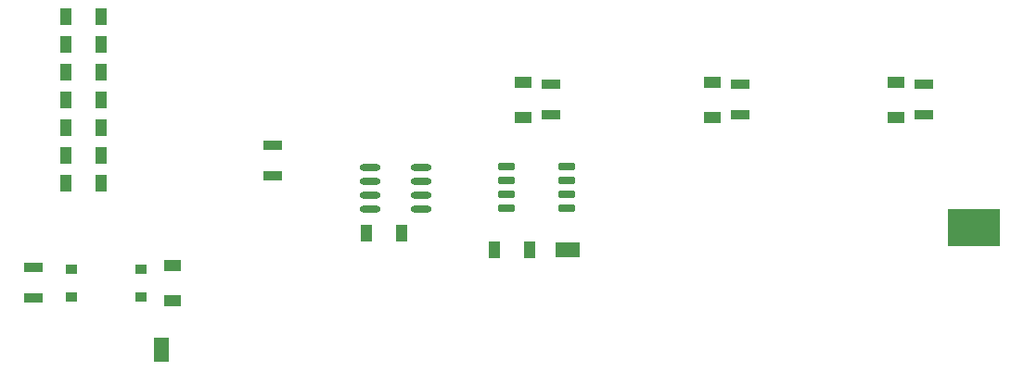
<source format=gbr>
G04*
G04 #@! TF.GenerationSoftware,Altium Limited,Altium Designer,24.1.2 (44)*
G04*
G04 Layer_Color=128*
%FSLAX25Y25*%
%MOIN*%
G70*
G04*
G04 #@! TF.SameCoordinates,E3FF4B23-F407-445B-9987-FD0FFFC61A21*
G04*
G04*
G04 #@! TF.FilePolarity,Positive*
G04*
G01*
G75*
%ADD16R,0.05906X0.03937*%
%ADD43R,0.06693X0.03740*%
%ADD44R,0.05512X0.09055*%
G04:AMPARAMS|DCode=45|XSize=43.31mil|YSize=35.43mil|CornerRadius=8.86mil|HoleSize=0mil|Usage=FLASHONLY|Rotation=180.000|XOffset=0mil|YOffset=0mil|HoleType=Round|Shape=RoundedRectangle|*
%AMROUNDEDRECTD45*
21,1,0.04331,0.01772,0,0,180.0*
21,1,0.02559,0.03543,0,0,180.0*
1,1,0.01772,-0.01280,0.00886*
1,1,0.01772,0.01280,0.00886*
1,1,0.01772,0.01280,-0.00886*
1,1,0.01772,-0.01280,-0.00886*
%
%ADD45ROUNDEDRECTD45*%
%ADD46R,0.09055X0.05512*%
%ADD47R,0.03937X0.05906*%
%ADD48R,0.18504X0.13504*%
G04:AMPARAMS|DCode=49|XSize=23.62mil|YSize=57.09mil|CornerRadius=2.01mil|HoleSize=0mil|Usage=FLASHONLY|Rotation=90.000|XOffset=0mil|YOffset=0mil|HoleType=Round|Shape=RoundedRectangle|*
%AMROUNDEDRECTD49*
21,1,0.02362,0.05307,0,0,90.0*
21,1,0.01961,0.05709,0,0,90.0*
1,1,0.00402,0.02653,0.00980*
1,1,0.00402,0.02653,-0.00980*
1,1,0.00402,-0.02653,-0.00980*
1,1,0.00402,-0.02653,0.00980*
%
%ADD49ROUNDEDRECTD49*%
%ADD50O,0.07480X0.02362*%
D16*
X324000Y314299D02*
D03*
Y301701D02*
D03*
X584000Y380299D02*
D03*
Y367701D02*
D03*
X518000Y380299D02*
D03*
Y367701D02*
D03*
X450000Y380299D02*
D03*
Y367701D02*
D03*
D43*
X360000Y357512D02*
D03*
Y346488D02*
D03*
X274000Y313512D02*
D03*
Y302488D02*
D03*
X594000Y379512D02*
D03*
Y368488D02*
D03*
X528000Y379512D02*
D03*
Y368488D02*
D03*
X460000Y379512D02*
D03*
Y368488D02*
D03*
D44*
X320000Y284000D02*
D03*
D45*
X312402Y313000D02*
D03*
Y303000D02*
D03*
X287598D02*
D03*
Y313000D02*
D03*
D46*
X466000Y320000D02*
D03*
D47*
X452299D02*
D03*
X439701D02*
D03*
X406299Y326000D02*
D03*
X393701D02*
D03*
X298299Y364000D02*
D03*
X285701D02*
D03*
X298299Y354000D02*
D03*
X285701D02*
D03*
X298299Y344000D02*
D03*
X285701D02*
D03*
X298299Y374000D02*
D03*
X285701D02*
D03*
X298299Y384000D02*
D03*
X285701D02*
D03*
X298299Y394000D02*
D03*
X285701D02*
D03*
X298299Y404000D02*
D03*
X285701D02*
D03*
D48*
X612000Y328000D02*
D03*
D49*
X465457Y350000D02*
D03*
Y345000D02*
D03*
Y340000D02*
D03*
Y335000D02*
D03*
X444000Y350000D02*
D03*
Y345000D02*
D03*
Y340000D02*
D03*
Y335000D02*
D03*
D50*
X394748Y334500D02*
D03*
Y339500D02*
D03*
Y344500D02*
D03*
Y349500D02*
D03*
X413252Y334500D02*
D03*
Y339500D02*
D03*
Y344500D02*
D03*
Y349500D02*
D03*
M02*

</source>
